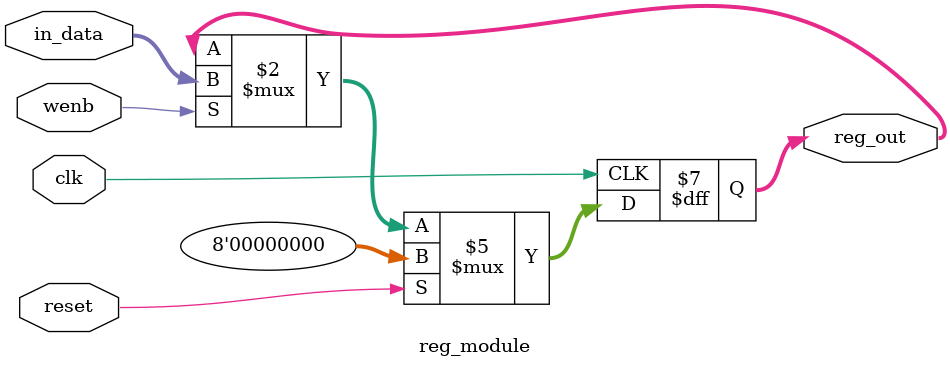
<source format=v>
module reg_module(
    input clk,
    input reset,
    input wenb,
    input [7:0] in_data,
    output reg [7:0] reg_out
);

    always @(posedge clk) begin
        if (reset) begin
            reg_out <= 8'h00;
        end else if (wenb) begin
            reg_out <= in_data;
        end
    end

endmodule
</source>
